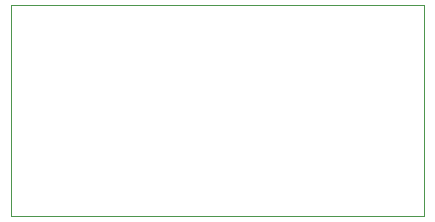
<source format=gbr>
%TF.GenerationSoftware,KiCad,Pcbnew,9.0.5*%
%TF.CreationDate,2025-12-13T22:10:16+05:30*%
%TF.ProjectId,Serial-Basic-CH340C-and-USBC,53657269-616c-42d4-9261-7369632d4348,V1.2*%
%TF.SameCoordinates,Original*%
%TF.FileFunction,Profile,NP*%
%FSLAX46Y46*%
G04 Gerber Fmt 4.6, Leading zero omitted, Abs format (unit mm)*
G04 Created by KiCad (PCBNEW 9.0.5) date 2025-12-13 22:10:16*
%MOMM*%
%LPD*%
G01*
G04 APERTURE LIST*
%TA.AperFunction,Profile*%
%ADD10C,0.050000*%
%TD*%
G04 APERTURE END LIST*
D10*
X148730000Y-103013000D02*
X183761000Y-103013000D01*
X183761000Y-120898000D01*
X148730000Y-120898000D01*
X148730000Y-103013000D01*
M02*

</source>
